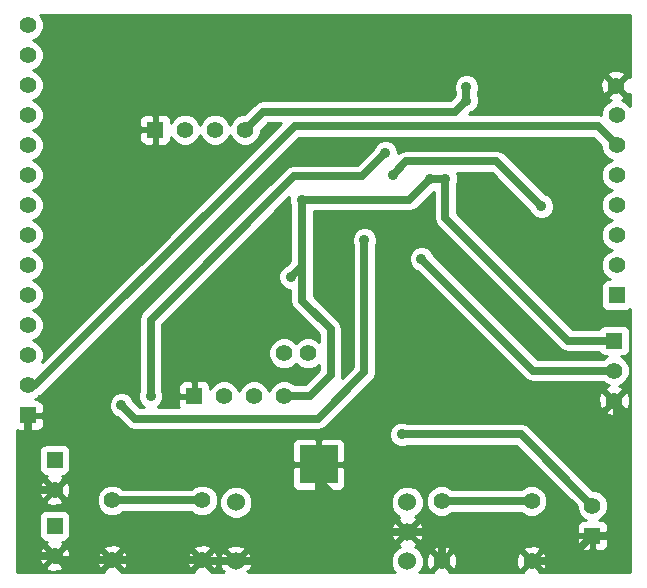
<source format=gbl>
G04 (created by PCBNEW (2013-07-07 BZR 4022)-stable) date 2015-10-06 15:27:07*
%MOIN*%
G04 Gerber Fmt 3.4, Leading zero omitted, Abs format*
%FSLAX34Y34*%
G01*
G70*
G90*
G04 APERTURE LIST*
%ADD10C,0.00393701*%
%ADD11C,0.06*%
%ADD12R,0.125984X0.125984*%
%ADD13C,0.055*%
%ADD14R,0.055X0.055*%
%ADD15C,0.056*%
%ADD16C,0.035*%
%ADD17C,0.0275591*%
%ADD18C,0.0177165*%
%ADD19C,0.01*%
G04 APERTURE END LIST*
G54D10*
G54D11*
X13302Y-16540D03*
X13302Y-17525D03*
X13302Y-18509D03*
X7594Y-18509D03*
X7594Y-16540D03*
G54D12*
X10350Y-15280D03*
G54D13*
X20287Y-3637D03*
X20287Y-4637D03*
X20287Y-5637D03*
X20287Y-6637D03*
X20287Y-7637D03*
X20287Y-8637D03*
G54D14*
X20287Y-9637D03*
X662Y-13637D03*
G54D13*
X662Y-12637D03*
X662Y-11637D03*
X662Y-10637D03*
X662Y-9637D03*
X662Y-8637D03*
X662Y-7637D03*
X662Y-6637D03*
X662Y-5637D03*
X662Y-4637D03*
X662Y-3637D03*
X662Y-2637D03*
X662Y-1637D03*
X662Y-637D03*
X20275Y-2650D03*
G54D15*
X9200Y-11575D03*
X10000Y-11575D03*
G54D14*
X19475Y-17650D03*
G54D13*
X19475Y-16650D03*
X17450Y-18500D03*
X17450Y-16500D03*
X14450Y-18500D03*
X14450Y-16500D03*
X6475Y-18475D03*
X6475Y-16475D03*
X3475Y-18475D03*
X3475Y-16475D03*
G54D14*
X6200Y-13000D03*
G54D13*
X7200Y-13000D03*
X8200Y-13000D03*
X9200Y-13000D03*
G54D14*
X4900Y-4125D03*
G54D13*
X5900Y-4125D03*
X6900Y-4125D03*
X7900Y-4125D03*
G54D14*
X20200Y-11150D03*
G54D13*
X20200Y-12150D03*
X20200Y-13150D03*
G54D14*
X1550Y-15125D03*
G54D13*
X1550Y-16125D03*
G54D14*
X1550Y-17325D03*
G54D13*
X1550Y-18325D03*
G54D16*
X12825Y-5625D03*
X17775Y-6675D03*
X13775Y-8425D03*
X11875Y-7800D03*
X3775Y-13300D03*
X4750Y-13000D03*
X12575Y-4900D03*
X14075Y-5750D03*
X14575Y-5750D03*
X9425Y-9025D03*
X9800Y-6450D03*
X15275Y-2700D03*
X15275Y-3150D03*
X13125Y-14275D03*
G54D17*
X13650Y-5175D02*
X13275Y-5175D01*
X13275Y-5175D02*
X12825Y-5625D01*
X13650Y-5175D02*
X16275Y-5175D01*
X16275Y-5175D02*
X17775Y-6675D01*
X20200Y-12150D02*
X17500Y-12150D01*
X17500Y-12150D02*
X13775Y-8425D01*
G54D18*
X17500Y-12150D02*
X13775Y-8425D01*
G54D17*
X662Y-12637D02*
X912Y-12637D01*
X9550Y-4000D02*
X9925Y-4000D01*
X912Y-12637D02*
X9550Y-4000D01*
X13575Y-4000D02*
X19650Y-4000D01*
X9925Y-4000D02*
X13575Y-4000D01*
X19650Y-4000D02*
X20287Y-4637D01*
X11875Y-7800D02*
X11875Y-12200D01*
X11875Y-12200D02*
X10325Y-13750D01*
X10325Y-13750D02*
X4225Y-13750D01*
X4225Y-13750D02*
X3775Y-13300D01*
X9525Y-5675D02*
X11800Y-5675D01*
X11800Y-5675D02*
X12575Y-4900D01*
X5050Y-10150D02*
X4750Y-10450D01*
X4750Y-10450D02*
X4750Y-13000D01*
X9525Y-5675D02*
X5050Y-10150D01*
X10350Y-15280D02*
X10350Y-15825D01*
X13302Y-17525D02*
X12050Y-17525D01*
X10350Y-15825D02*
X12050Y-17525D01*
X1550Y-16125D02*
X975Y-16125D01*
X975Y-16125D02*
X662Y-16437D01*
X662Y-13637D02*
X662Y-16437D01*
X662Y-16437D02*
X662Y-17962D01*
X662Y-17962D02*
X1025Y-18325D01*
X1025Y-18325D02*
X1550Y-18325D01*
X3475Y-18475D02*
X1700Y-18475D01*
X1700Y-18475D02*
X1550Y-18325D01*
X17450Y-18500D02*
X18625Y-18500D01*
X18625Y-18500D02*
X19475Y-17650D01*
X19475Y-17650D02*
X19975Y-17650D01*
X20300Y-13250D02*
X20200Y-13150D01*
X20300Y-17325D02*
X20300Y-13250D01*
X19975Y-17650D02*
X20300Y-17325D01*
X10350Y-17450D02*
X10350Y-15280D01*
X14450Y-18500D02*
X14450Y-18025D01*
X13950Y-17525D02*
X13302Y-17525D01*
X14450Y-18025D02*
X13950Y-17525D01*
X7594Y-18509D02*
X9290Y-18509D01*
X9290Y-18509D02*
X10350Y-17450D01*
X7594Y-18509D02*
X6509Y-18509D01*
X6509Y-18509D02*
X6475Y-18475D01*
X3475Y-18475D02*
X6475Y-18475D01*
X3475Y-16475D02*
X6475Y-16475D01*
X14450Y-16500D02*
X17450Y-16500D01*
X20200Y-11150D02*
X18675Y-11150D01*
X14575Y-7050D02*
X14575Y-5750D01*
X18675Y-11150D02*
X14575Y-7050D01*
X9800Y-8650D02*
X9800Y-9825D01*
X9800Y-9825D02*
X10750Y-10775D01*
X10050Y-13000D02*
X9200Y-13000D01*
X10750Y-12300D02*
X10050Y-13000D01*
X10750Y-10775D02*
X10750Y-12300D01*
X9800Y-6450D02*
X9800Y-8650D01*
X9800Y-8650D02*
X9425Y-9025D01*
X9800Y-6450D02*
X13375Y-6450D01*
X13375Y-6450D02*
X14075Y-5750D01*
X14575Y-5750D02*
X14075Y-5750D01*
G54D18*
X9800Y-8650D02*
X9425Y-9025D01*
G54D17*
X15275Y-3150D02*
X14900Y-3525D01*
X8500Y-3525D02*
X7900Y-4125D01*
X14900Y-3525D02*
X8500Y-3525D01*
X15275Y-3150D02*
X15275Y-2700D01*
X13125Y-14275D02*
X17100Y-14275D01*
X17100Y-14275D02*
X19475Y-16650D01*
G54D10*
G36*
X10362Y-12139D02*
X9889Y-12612D01*
X9554Y-12612D01*
X9497Y-12555D01*
X9304Y-12475D01*
X9096Y-12474D01*
X8903Y-12554D01*
X8755Y-12702D01*
X8699Y-12835D01*
X8645Y-12703D01*
X8497Y-12555D01*
X8304Y-12475D01*
X8096Y-12474D01*
X7903Y-12554D01*
X7755Y-12702D01*
X7699Y-12835D01*
X7645Y-12703D01*
X7497Y-12555D01*
X7304Y-12475D01*
X7096Y-12474D01*
X6903Y-12554D01*
X6755Y-12702D01*
X6725Y-12774D01*
X6725Y-12774D01*
X6724Y-12675D01*
X6686Y-12583D01*
X6616Y-12512D01*
X6524Y-12474D01*
X6312Y-12475D01*
X6250Y-12537D01*
X6250Y-12950D01*
X6257Y-12950D01*
X6257Y-13050D01*
X6250Y-13050D01*
X6250Y-13057D01*
X6150Y-13057D01*
X6150Y-13050D01*
X6150Y-12950D01*
X6150Y-12537D01*
X6087Y-12475D01*
X5875Y-12474D01*
X5783Y-12512D01*
X5713Y-12583D01*
X5675Y-12675D01*
X5674Y-12774D01*
X5675Y-12887D01*
X5737Y-12950D01*
X6150Y-12950D01*
X6150Y-13050D01*
X5737Y-13050D01*
X5675Y-13112D01*
X5674Y-13225D01*
X5675Y-13324D01*
X5690Y-13362D01*
X4986Y-13362D01*
X4990Y-13360D01*
X5110Y-13241D01*
X5174Y-13084D01*
X5175Y-12915D01*
X5137Y-12825D01*
X5137Y-10610D01*
X5324Y-10424D01*
X5324Y-10424D01*
X5324Y-10424D01*
X9375Y-6373D01*
X9374Y-6534D01*
X9412Y-6624D01*
X9412Y-8489D01*
X9274Y-8627D01*
X9184Y-8664D01*
X9064Y-8783D01*
X9000Y-8940D01*
X8999Y-9109D01*
X9064Y-9265D01*
X9183Y-9385D01*
X9340Y-9449D01*
X9412Y-9449D01*
X9412Y-9825D01*
X9441Y-9973D01*
X9525Y-10099D01*
X10362Y-10935D01*
X10362Y-11187D01*
X10300Y-11125D01*
X10105Y-11045D01*
X9895Y-11044D01*
X9700Y-11125D01*
X9599Y-11225D01*
X9500Y-11125D01*
X9305Y-11045D01*
X9095Y-11044D01*
X8900Y-11125D01*
X8750Y-11274D01*
X8670Y-11469D01*
X8669Y-11679D01*
X8750Y-11874D01*
X8899Y-12024D01*
X9094Y-12104D01*
X9304Y-12105D01*
X9499Y-12024D01*
X9600Y-11924D01*
X9699Y-12024D01*
X9894Y-12104D01*
X10104Y-12105D01*
X10299Y-12024D01*
X10362Y-11962D01*
X10362Y-12139D01*
X10362Y-12139D01*
G37*
G54D19*
X10362Y-12139D02*
X9889Y-12612D01*
X9554Y-12612D01*
X9497Y-12555D01*
X9304Y-12475D01*
X9096Y-12474D01*
X8903Y-12554D01*
X8755Y-12702D01*
X8699Y-12835D01*
X8645Y-12703D01*
X8497Y-12555D01*
X8304Y-12475D01*
X8096Y-12474D01*
X7903Y-12554D01*
X7755Y-12702D01*
X7699Y-12835D01*
X7645Y-12703D01*
X7497Y-12555D01*
X7304Y-12475D01*
X7096Y-12474D01*
X6903Y-12554D01*
X6755Y-12702D01*
X6725Y-12774D01*
X6725Y-12774D01*
X6724Y-12675D01*
X6686Y-12583D01*
X6616Y-12512D01*
X6524Y-12474D01*
X6312Y-12475D01*
X6250Y-12537D01*
X6250Y-12950D01*
X6257Y-12950D01*
X6257Y-13050D01*
X6250Y-13050D01*
X6250Y-13057D01*
X6150Y-13057D01*
X6150Y-13050D01*
X6150Y-12950D01*
X6150Y-12537D01*
X6087Y-12475D01*
X5875Y-12474D01*
X5783Y-12512D01*
X5713Y-12583D01*
X5675Y-12675D01*
X5674Y-12774D01*
X5675Y-12887D01*
X5737Y-12950D01*
X6150Y-12950D01*
X6150Y-13050D01*
X5737Y-13050D01*
X5675Y-13112D01*
X5674Y-13225D01*
X5675Y-13324D01*
X5690Y-13362D01*
X4986Y-13362D01*
X4990Y-13360D01*
X5110Y-13241D01*
X5174Y-13084D01*
X5175Y-12915D01*
X5137Y-12825D01*
X5137Y-10610D01*
X5324Y-10424D01*
X5324Y-10424D01*
X5324Y-10424D01*
X9375Y-6373D01*
X9374Y-6534D01*
X9412Y-6624D01*
X9412Y-8489D01*
X9274Y-8627D01*
X9184Y-8664D01*
X9064Y-8783D01*
X9000Y-8940D01*
X8999Y-9109D01*
X9064Y-9265D01*
X9183Y-9385D01*
X9340Y-9449D01*
X9412Y-9449D01*
X9412Y-9825D01*
X9441Y-9973D01*
X9525Y-10099D01*
X10362Y-10935D01*
X10362Y-11187D01*
X10300Y-11125D01*
X10105Y-11045D01*
X9895Y-11044D01*
X9700Y-11125D01*
X9599Y-11225D01*
X9500Y-11125D01*
X9305Y-11045D01*
X9095Y-11044D01*
X8900Y-11125D01*
X8750Y-11274D01*
X8670Y-11469D01*
X8669Y-11679D01*
X8750Y-11874D01*
X8899Y-12024D01*
X9094Y-12104D01*
X9304Y-12105D01*
X9499Y-12024D01*
X9600Y-11924D01*
X9699Y-12024D01*
X9894Y-12104D01*
X10104Y-12105D01*
X10299Y-12024D01*
X10362Y-11962D01*
X10362Y-12139D01*
G54D10*
G36*
X20730Y-3337D02*
X20585Y-3192D01*
X20467Y-3143D01*
X20547Y-3110D01*
X20572Y-3017D01*
X20275Y-2720D01*
X20204Y-2791D01*
X20204Y-2650D01*
X19907Y-2352D01*
X19814Y-2377D01*
X19745Y-2574D01*
X19756Y-2782D01*
X19814Y-2922D01*
X19907Y-2947D01*
X20204Y-2650D01*
X20204Y-2791D01*
X19977Y-3017D01*
X20002Y-3110D01*
X20102Y-3145D01*
X19990Y-3192D01*
X19842Y-3339D01*
X19762Y-3532D01*
X19762Y-3634D01*
X19650Y-3612D01*
X15361Y-3612D01*
X15425Y-3547D01*
X15515Y-3510D01*
X15635Y-3391D01*
X15699Y-3234D01*
X15700Y-3065D01*
X15662Y-2975D01*
X15662Y-2874D01*
X15699Y-2784D01*
X15700Y-2615D01*
X15635Y-2459D01*
X15516Y-2339D01*
X15359Y-2275D01*
X15190Y-2274D01*
X15034Y-2339D01*
X14914Y-2458D01*
X14850Y-2615D01*
X14849Y-2784D01*
X14887Y-2874D01*
X14887Y-2975D01*
X14877Y-2999D01*
X14739Y-3137D01*
X8500Y-3137D01*
X8351Y-3166D01*
X8225Y-3250D01*
X7876Y-3599D01*
X7796Y-3599D01*
X7603Y-3679D01*
X7455Y-3827D01*
X7399Y-3960D01*
X7345Y-3828D01*
X7197Y-3680D01*
X7004Y-3600D01*
X6796Y-3599D01*
X6603Y-3679D01*
X6455Y-3827D01*
X6399Y-3960D01*
X6345Y-3828D01*
X6197Y-3680D01*
X6004Y-3600D01*
X5796Y-3599D01*
X5603Y-3679D01*
X5455Y-3827D01*
X5425Y-3899D01*
X5425Y-3899D01*
X5424Y-3800D01*
X5386Y-3708D01*
X5316Y-3637D01*
X5224Y-3599D01*
X5012Y-3600D01*
X4950Y-3662D01*
X4950Y-4075D01*
X4957Y-4075D01*
X4957Y-4175D01*
X4950Y-4175D01*
X4950Y-4587D01*
X5012Y-4650D01*
X5224Y-4650D01*
X5316Y-4612D01*
X5386Y-4541D01*
X5424Y-4449D01*
X5425Y-4350D01*
X5425Y-4350D01*
X5454Y-4422D01*
X5602Y-4569D01*
X5795Y-4649D01*
X6003Y-4650D01*
X6197Y-4570D01*
X6344Y-4422D01*
X6400Y-4289D01*
X6454Y-4422D01*
X6602Y-4569D01*
X6795Y-4649D01*
X7003Y-4650D01*
X7197Y-4570D01*
X7344Y-4422D01*
X7400Y-4289D01*
X7454Y-4422D01*
X7602Y-4569D01*
X7795Y-4649D01*
X8003Y-4650D01*
X8197Y-4570D01*
X8344Y-4422D01*
X8424Y-4229D01*
X8424Y-4148D01*
X8660Y-3912D01*
X9088Y-3912D01*
X4850Y-8151D01*
X4850Y-4587D01*
X4850Y-4175D01*
X4850Y-4075D01*
X4850Y-3662D01*
X4787Y-3600D01*
X4575Y-3599D01*
X4483Y-3637D01*
X4413Y-3708D01*
X4375Y-3800D01*
X4374Y-3899D01*
X4375Y-4012D01*
X4437Y-4075D01*
X4850Y-4075D01*
X4850Y-4175D01*
X4437Y-4175D01*
X4375Y-4237D01*
X4374Y-4350D01*
X4375Y-4449D01*
X4413Y-4541D01*
X4483Y-4612D01*
X4575Y-4650D01*
X4787Y-4650D01*
X4850Y-4587D01*
X4850Y-8151D01*
X1136Y-11865D01*
X1187Y-11742D01*
X1187Y-11533D01*
X1107Y-11340D01*
X960Y-11192D01*
X827Y-11137D01*
X959Y-11082D01*
X1107Y-10935D01*
X1187Y-10742D01*
X1187Y-10533D01*
X1107Y-10340D01*
X960Y-10192D01*
X827Y-10137D01*
X959Y-10082D01*
X1107Y-9935D01*
X1187Y-9742D01*
X1187Y-9533D01*
X1107Y-9340D01*
X960Y-9192D01*
X827Y-9137D01*
X959Y-9082D01*
X1107Y-8935D01*
X1187Y-8742D01*
X1187Y-8533D01*
X1107Y-8340D01*
X960Y-8192D01*
X827Y-8137D01*
X959Y-8082D01*
X1107Y-7935D01*
X1187Y-7742D01*
X1187Y-7533D01*
X1107Y-7340D01*
X960Y-7192D01*
X827Y-7137D01*
X959Y-7082D01*
X1107Y-6935D01*
X1187Y-6742D01*
X1187Y-6533D01*
X1107Y-6340D01*
X960Y-6192D01*
X827Y-6137D01*
X959Y-6082D01*
X1107Y-5935D01*
X1187Y-5742D01*
X1187Y-5533D01*
X1107Y-5340D01*
X960Y-5192D01*
X827Y-5137D01*
X959Y-5082D01*
X1107Y-4935D01*
X1187Y-4742D01*
X1187Y-4533D01*
X1107Y-4340D01*
X960Y-4192D01*
X827Y-4137D01*
X959Y-4082D01*
X1107Y-3935D01*
X1187Y-3742D01*
X1187Y-3533D01*
X1107Y-3340D01*
X960Y-3192D01*
X827Y-3137D01*
X959Y-3082D01*
X1107Y-2935D01*
X1187Y-2742D01*
X1187Y-2533D01*
X1107Y-2340D01*
X960Y-2192D01*
X827Y-2137D01*
X959Y-2082D01*
X1107Y-1935D01*
X1187Y-1742D01*
X1187Y-1533D01*
X1107Y-1340D01*
X960Y-1192D01*
X827Y-1137D01*
X959Y-1082D01*
X1107Y-935D01*
X1187Y-742D01*
X1187Y-533D01*
X1107Y-340D01*
X1062Y-294D01*
X20730Y-294D01*
X20730Y-2375D01*
X20642Y-2352D01*
X20572Y-2423D01*
X20572Y-2282D01*
X20547Y-2189D01*
X20350Y-2120D01*
X20142Y-2131D01*
X20002Y-2189D01*
X19977Y-2282D01*
X20275Y-2579D01*
X20572Y-2282D01*
X20572Y-2423D01*
X20345Y-2650D01*
X20642Y-2947D01*
X20730Y-2924D01*
X20730Y-3337D01*
X20730Y-3337D01*
G37*
G54D19*
X20730Y-3337D02*
X20585Y-3192D01*
X20467Y-3143D01*
X20547Y-3110D01*
X20572Y-3017D01*
X20275Y-2720D01*
X20204Y-2791D01*
X20204Y-2650D01*
X19907Y-2352D01*
X19814Y-2377D01*
X19745Y-2574D01*
X19756Y-2782D01*
X19814Y-2922D01*
X19907Y-2947D01*
X20204Y-2650D01*
X20204Y-2791D01*
X19977Y-3017D01*
X20002Y-3110D01*
X20102Y-3145D01*
X19990Y-3192D01*
X19842Y-3339D01*
X19762Y-3532D01*
X19762Y-3634D01*
X19650Y-3612D01*
X15361Y-3612D01*
X15425Y-3547D01*
X15515Y-3510D01*
X15635Y-3391D01*
X15699Y-3234D01*
X15700Y-3065D01*
X15662Y-2975D01*
X15662Y-2874D01*
X15699Y-2784D01*
X15700Y-2615D01*
X15635Y-2459D01*
X15516Y-2339D01*
X15359Y-2275D01*
X15190Y-2274D01*
X15034Y-2339D01*
X14914Y-2458D01*
X14850Y-2615D01*
X14849Y-2784D01*
X14887Y-2874D01*
X14887Y-2975D01*
X14877Y-2999D01*
X14739Y-3137D01*
X8500Y-3137D01*
X8351Y-3166D01*
X8225Y-3250D01*
X7876Y-3599D01*
X7796Y-3599D01*
X7603Y-3679D01*
X7455Y-3827D01*
X7399Y-3960D01*
X7345Y-3828D01*
X7197Y-3680D01*
X7004Y-3600D01*
X6796Y-3599D01*
X6603Y-3679D01*
X6455Y-3827D01*
X6399Y-3960D01*
X6345Y-3828D01*
X6197Y-3680D01*
X6004Y-3600D01*
X5796Y-3599D01*
X5603Y-3679D01*
X5455Y-3827D01*
X5425Y-3899D01*
X5425Y-3899D01*
X5424Y-3800D01*
X5386Y-3708D01*
X5316Y-3637D01*
X5224Y-3599D01*
X5012Y-3600D01*
X4950Y-3662D01*
X4950Y-4075D01*
X4957Y-4075D01*
X4957Y-4175D01*
X4950Y-4175D01*
X4950Y-4587D01*
X5012Y-4650D01*
X5224Y-4650D01*
X5316Y-4612D01*
X5386Y-4541D01*
X5424Y-4449D01*
X5425Y-4350D01*
X5425Y-4350D01*
X5454Y-4422D01*
X5602Y-4569D01*
X5795Y-4649D01*
X6003Y-4650D01*
X6197Y-4570D01*
X6344Y-4422D01*
X6400Y-4289D01*
X6454Y-4422D01*
X6602Y-4569D01*
X6795Y-4649D01*
X7003Y-4650D01*
X7197Y-4570D01*
X7344Y-4422D01*
X7400Y-4289D01*
X7454Y-4422D01*
X7602Y-4569D01*
X7795Y-4649D01*
X8003Y-4650D01*
X8197Y-4570D01*
X8344Y-4422D01*
X8424Y-4229D01*
X8424Y-4148D01*
X8660Y-3912D01*
X9088Y-3912D01*
X4850Y-8151D01*
X4850Y-4587D01*
X4850Y-4175D01*
X4850Y-4075D01*
X4850Y-3662D01*
X4787Y-3600D01*
X4575Y-3599D01*
X4483Y-3637D01*
X4413Y-3708D01*
X4375Y-3800D01*
X4374Y-3899D01*
X4375Y-4012D01*
X4437Y-4075D01*
X4850Y-4075D01*
X4850Y-4175D01*
X4437Y-4175D01*
X4375Y-4237D01*
X4374Y-4350D01*
X4375Y-4449D01*
X4413Y-4541D01*
X4483Y-4612D01*
X4575Y-4650D01*
X4787Y-4650D01*
X4850Y-4587D01*
X4850Y-8151D01*
X1136Y-11865D01*
X1187Y-11742D01*
X1187Y-11533D01*
X1107Y-11340D01*
X960Y-11192D01*
X827Y-11137D01*
X959Y-11082D01*
X1107Y-10935D01*
X1187Y-10742D01*
X1187Y-10533D01*
X1107Y-10340D01*
X960Y-10192D01*
X827Y-10137D01*
X959Y-10082D01*
X1107Y-9935D01*
X1187Y-9742D01*
X1187Y-9533D01*
X1107Y-9340D01*
X960Y-9192D01*
X827Y-9137D01*
X959Y-9082D01*
X1107Y-8935D01*
X1187Y-8742D01*
X1187Y-8533D01*
X1107Y-8340D01*
X960Y-8192D01*
X827Y-8137D01*
X959Y-8082D01*
X1107Y-7935D01*
X1187Y-7742D01*
X1187Y-7533D01*
X1107Y-7340D01*
X960Y-7192D01*
X827Y-7137D01*
X959Y-7082D01*
X1107Y-6935D01*
X1187Y-6742D01*
X1187Y-6533D01*
X1107Y-6340D01*
X960Y-6192D01*
X827Y-6137D01*
X959Y-6082D01*
X1107Y-5935D01*
X1187Y-5742D01*
X1187Y-5533D01*
X1107Y-5340D01*
X960Y-5192D01*
X827Y-5137D01*
X959Y-5082D01*
X1107Y-4935D01*
X1187Y-4742D01*
X1187Y-4533D01*
X1107Y-4340D01*
X960Y-4192D01*
X827Y-4137D01*
X959Y-4082D01*
X1107Y-3935D01*
X1187Y-3742D01*
X1187Y-3533D01*
X1107Y-3340D01*
X960Y-3192D01*
X827Y-3137D01*
X959Y-3082D01*
X1107Y-2935D01*
X1187Y-2742D01*
X1187Y-2533D01*
X1107Y-2340D01*
X960Y-2192D01*
X827Y-2137D01*
X959Y-2082D01*
X1107Y-1935D01*
X1187Y-1742D01*
X1187Y-1533D01*
X1107Y-1340D01*
X960Y-1192D01*
X827Y-1137D01*
X959Y-1082D01*
X1107Y-935D01*
X1187Y-742D01*
X1187Y-533D01*
X1107Y-340D01*
X1062Y-294D01*
X20730Y-294D01*
X20730Y-2375D01*
X20642Y-2352D01*
X20572Y-2423D01*
X20572Y-2282D01*
X20547Y-2189D01*
X20350Y-2120D01*
X20142Y-2131D01*
X20002Y-2189D01*
X19977Y-2282D01*
X20275Y-2579D01*
X20572Y-2282D01*
X20572Y-2423D01*
X20345Y-2650D01*
X20642Y-2947D01*
X20730Y-2924D01*
X20730Y-3337D01*
G54D10*
G36*
X20730Y-18880D02*
X20729Y-18880D01*
X20729Y-13225D01*
X20725Y-13137D01*
X20725Y-12046D01*
X20645Y-11853D01*
X20497Y-11705D01*
X20425Y-11675D01*
X20524Y-11675D01*
X20616Y-11637D01*
X20686Y-11566D01*
X20724Y-11474D01*
X20725Y-11375D01*
X20725Y-10825D01*
X20687Y-10733D01*
X20616Y-10663D01*
X20524Y-10625D01*
X20425Y-10624D01*
X19875Y-10624D01*
X19783Y-10662D01*
X19713Y-10733D01*
X19701Y-10762D01*
X18835Y-10762D01*
X14962Y-6889D01*
X14962Y-5924D01*
X14999Y-5834D01*
X15000Y-5665D01*
X14957Y-5562D01*
X16114Y-5562D01*
X17377Y-6825D01*
X17414Y-6915D01*
X17533Y-7035D01*
X17690Y-7099D01*
X17859Y-7100D01*
X18015Y-7035D01*
X18135Y-6916D01*
X18199Y-6759D01*
X18200Y-6590D01*
X18135Y-6434D01*
X18016Y-6314D01*
X17925Y-6277D01*
X16549Y-4900D01*
X16423Y-4816D01*
X16275Y-4787D01*
X13650Y-4787D01*
X13275Y-4787D01*
X13126Y-4816D01*
X13000Y-4900D01*
X12999Y-4901D01*
X13000Y-4815D01*
X12935Y-4659D01*
X12816Y-4539D01*
X12659Y-4475D01*
X12490Y-4474D01*
X12334Y-4539D01*
X12214Y-4658D01*
X12177Y-4749D01*
X11639Y-5287D01*
X9525Y-5287D01*
X9376Y-5316D01*
X9250Y-5400D01*
X4775Y-9875D01*
X4775Y-9875D01*
X4475Y-10175D01*
X4391Y-10301D01*
X4362Y-10450D01*
X4362Y-12825D01*
X4325Y-12915D01*
X4324Y-13084D01*
X4389Y-13240D01*
X4508Y-13360D01*
X4514Y-13362D01*
X4385Y-13362D01*
X4172Y-13149D01*
X4135Y-13059D01*
X4016Y-12939D01*
X3859Y-12875D01*
X3690Y-12874D01*
X3534Y-12939D01*
X3414Y-13058D01*
X3350Y-13215D01*
X3349Y-13384D01*
X3414Y-13540D01*
X3533Y-13660D01*
X3624Y-13697D01*
X3950Y-14024D01*
X4076Y-14108D01*
X4225Y-14137D01*
X10325Y-14137D01*
X10473Y-14108D01*
X10599Y-14024D01*
X12149Y-12474D01*
X12149Y-12474D01*
X12205Y-12390D01*
X12233Y-12348D01*
X12233Y-12348D01*
X12262Y-12200D01*
X12262Y-12200D01*
X12262Y-7974D01*
X12299Y-7884D01*
X12300Y-7715D01*
X12235Y-7559D01*
X12116Y-7439D01*
X11959Y-7375D01*
X11790Y-7374D01*
X11634Y-7439D01*
X11514Y-7558D01*
X11450Y-7715D01*
X11449Y-7884D01*
X11487Y-7974D01*
X11487Y-12039D01*
X11115Y-12410D01*
X11137Y-12300D01*
X11137Y-12300D01*
X11137Y-10775D01*
X11108Y-10626D01*
X11024Y-10500D01*
X10187Y-9664D01*
X10187Y-8650D01*
X10187Y-6837D01*
X13375Y-6837D01*
X13523Y-6808D01*
X13649Y-6724D01*
X14187Y-6186D01*
X14187Y-7050D01*
X14216Y-7198D01*
X14300Y-7324D01*
X18400Y-11424D01*
X18526Y-11508D01*
X18675Y-11537D01*
X19701Y-11537D01*
X19712Y-11566D01*
X19783Y-11636D01*
X19875Y-11674D01*
X19974Y-11675D01*
X19974Y-11675D01*
X19903Y-11704D01*
X19845Y-11762D01*
X17660Y-11762D01*
X14172Y-8274D01*
X14135Y-8184D01*
X14016Y-8064D01*
X13859Y-8000D01*
X13690Y-7999D01*
X13534Y-8064D01*
X13414Y-8183D01*
X13350Y-8340D01*
X13349Y-8509D01*
X13414Y-8665D01*
X13533Y-8785D01*
X13624Y-8822D01*
X17225Y-12424D01*
X17225Y-12424D01*
X17351Y-12508D01*
X17351Y-12508D01*
X17376Y-12513D01*
X17500Y-12537D01*
X19845Y-12537D01*
X19902Y-12594D01*
X20028Y-12647D01*
X19927Y-12689D01*
X19902Y-12782D01*
X20200Y-13079D01*
X20497Y-12782D01*
X20472Y-12689D01*
X20362Y-12650D01*
X20497Y-12595D01*
X20644Y-12447D01*
X20724Y-12254D01*
X20725Y-12046D01*
X20725Y-13137D01*
X20718Y-13017D01*
X20660Y-12877D01*
X20567Y-12852D01*
X20270Y-13150D01*
X20567Y-13447D01*
X20660Y-13422D01*
X20729Y-13225D01*
X20729Y-18880D01*
X20497Y-18880D01*
X20497Y-13517D01*
X20200Y-13220D01*
X20129Y-13291D01*
X20129Y-13150D01*
X19832Y-12852D01*
X19739Y-12877D01*
X19670Y-13074D01*
X19681Y-13282D01*
X19739Y-13422D01*
X19832Y-13447D01*
X20129Y-13150D01*
X20129Y-13291D01*
X19902Y-13517D01*
X19927Y-13610D01*
X20124Y-13679D01*
X20332Y-13668D01*
X20472Y-13610D01*
X20497Y-13517D01*
X20497Y-18880D01*
X20000Y-18880D01*
X20000Y-16546D01*
X19920Y-16353D01*
X19772Y-16205D01*
X19579Y-16125D01*
X19498Y-16125D01*
X17374Y-14000D01*
X17248Y-13916D01*
X17100Y-13887D01*
X13299Y-13887D01*
X13209Y-13850D01*
X13040Y-13849D01*
X12884Y-13914D01*
X12764Y-14033D01*
X12700Y-14190D01*
X12699Y-14359D01*
X12764Y-14515D01*
X12883Y-14635D01*
X13040Y-14699D01*
X13209Y-14700D01*
X13299Y-14662D01*
X16939Y-14662D01*
X18949Y-16673D01*
X18949Y-16753D01*
X19029Y-16947D01*
X19177Y-17094D01*
X19249Y-17124D01*
X19249Y-17124D01*
X19150Y-17125D01*
X19058Y-17163D01*
X18987Y-17233D01*
X18949Y-17325D01*
X18950Y-17537D01*
X19012Y-17600D01*
X19425Y-17600D01*
X19425Y-17592D01*
X19525Y-17592D01*
X19525Y-17600D01*
X19937Y-17600D01*
X20000Y-17537D01*
X20000Y-17325D01*
X19962Y-17233D01*
X19891Y-17163D01*
X19799Y-17125D01*
X19700Y-17124D01*
X19700Y-17124D01*
X19772Y-17095D01*
X19919Y-16947D01*
X19999Y-16754D01*
X20000Y-16546D01*
X20000Y-18880D01*
X20000Y-18880D01*
X20000Y-17974D01*
X20000Y-17762D01*
X19937Y-17700D01*
X19525Y-17700D01*
X19525Y-18112D01*
X19587Y-18175D01*
X19700Y-18175D01*
X19799Y-18174D01*
X19891Y-18136D01*
X19962Y-18066D01*
X20000Y-17974D01*
X20000Y-18880D01*
X19425Y-18880D01*
X19425Y-18112D01*
X19425Y-17700D01*
X19012Y-17700D01*
X18950Y-17762D01*
X18949Y-17974D01*
X18987Y-18066D01*
X19058Y-18136D01*
X19150Y-18174D01*
X19249Y-18175D01*
X19362Y-18175D01*
X19425Y-18112D01*
X19425Y-18880D01*
X17979Y-18880D01*
X17979Y-18575D01*
X17975Y-18487D01*
X17975Y-16396D01*
X17895Y-16203D01*
X17747Y-16055D01*
X17554Y-15975D01*
X17346Y-15974D01*
X17153Y-16054D01*
X17095Y-16112D01*
X14804Y-16112D01*
X14747Y-16055D01*
X14554Y-15975D01*
X14346Y-15974D01*
X14153Y-16054D01*
X14005Y-16202D01*
X13925Y-16395D01*
X13924Y-16603D01*
X14004Y-16797D01*
X14152Y-16944D01*
X14345Y-17024D01*
X14553Y-17025D01*
X14747Y-16945D01*
X14804Y-16887D01*
X17095Y-16887D01*
X17152Y-16944D01*
X17345Y-17024D01*
X17553Y-17025D01*
X17747Y-16945D01*
X17894Y-16797D01*
X17974Y-16604D01*
X17975Y-16396D01*
X17975Y-18487D01*
X17968Y-18367D01*
X17910Y-18227D01*
X17817Y-18202D01*
X17747Y-18273D01*
X17747Y-18132D01*
X17722Y-18039D01*
X17525Y-17970D01*
X17317Y-17981D01*
X17177Y-18039D01*
X17152Y-18132D01*
X17450Y-18429D01*
X17747Y-18132D01*
X17747Y-18273D01*
X17520Y-18500D01*
X17817Y-18797D01*
X17910Y-18772D01*
X17979Y-18575D01*
X17979Y-18880D01*
X17743Y-18880D01*
X17747Y-18867D01*
X17450Y-18570D01*
X17379Y-18641D01*
X17379Y-18500D01*
X17082Y-18202D01*
X16989Y-18227D01*
X16920Y-18424D01*
X16931Y-18632D01*
X16989Y-18772D01*
X17082Y-18797D01*
X17379Y-18500D01*
X17379Y-18641D01*
X17152Y-18867D01*
X17156Y-18880D01*
X14979Y-18880D01*
X14979Y-18575D01*
X14968Y-18367D01*
X14910Y-18227D01*
X14817Y-18202D01*
X14747Y-18273D01*
X14747Y-18132D01*
X14722Y-18039D01*
X14525Y-17970D01*
X14317Y-17981D01*
X14177Y-18039D01*
X14152Y-18132D01*
X14450Y-18429D01*
X14747Y-18132D01*
X14747Y-18273D01*
X14520Y-18500D01*
X14817Y-18797D01*
X14910Y-18772D01*
X14979Y-18575D01*
X14979Y-18880D01*
X14743Y-18880D01*
X14747Y-18867D01*
X14450Y-18570D01*
X14379Y-18641D01*
X14379Y-18500D01*
X14082Y-18202D01*
X13989Y-18227D01*
X13920Y-18424D01*
X13931Y-18632D01*
X13989Y-18772D01*
X14082Y-18797D01*
X14379Y-18500D01*
X14379Y-18641D01*
X14152Y-18867D01*
X14156Y-18880D01*
X13857Y-18880D01*
X13857Y-17606D01*
X13852Y-17513D01*
X13852Y-16431D01*
X13769Y-16229D01*
X13614Y-16074D01*
X13412Y-15990D01*
X13193Y-15990D01*
X12991Y-16074D01*
X12836Y-16228D01*
X12752Y-16430D01*
X12752Y-16649D01*
X12836Y-16851D01*
X12990Y-17006D01*
X13047Y-17030D01*
X13014Y-17043D01*
X12987Y-17139D01*
X13302Y-17454D01*
X13617Y-17139D01*
X13590Y-17043D01*
X13555Y-17031D01*
X13613Y-17007D01*
X13768Y-16852D01*
X13852Y-16650D01*
X13852Y-16431D01*
X13852Y-17513D01*
X13846Y-17388D01*
X13784Y-17237D01*
X13688Y-17209D01*
X13373Y-17525D01*
X13688Y-17840D01*
X13784Y-17812D01*
X13857Y-17606D01*
X13857Y-18880D01*
X13709Y-18880D01*
X13768Y-18821D01*
X13852Y-18619D01*
X13852Y-18400D01*
X13769Y-18198D01*
X13614Y-18043D01*
X13558Y-18019D01*
X13590Y-18006D01*
X13617Y-17910D01*
X13302Y-17595D01*
X13232Y-17666D01*
X13232Y-17525D01*
X12916Y-17209D01*
X12821Y-17237D01*
X12747Y-17443D01*
X12758Y-17661D01*
X12821Y-17812D01*
X12916Y-17840D01*
X13232Y-17525D01*
X13232Y-17666D01*
X12987Y-17910D01*
X13014Y-18006D01*
X13049Y-18018D01*
X12991Y-18042D01*
X12836Y-18197D01*
X12752Y-18399D01*
X12752Y-18618D01*
X12836Y-18820D01*
X12896Y-18880D01*
X11229Y-18880D01*
X11229Y-15960D01*
X11229Y-14601D01*
X11191Y-14509D01*
X11121Y-14439D01*
X11029Y-14401D01*
X10930Y-14400D01*
X10462Y-14400D01*
X10400Y-14463D01*
X10400Y-15230D01*
X11167Y-15230D01*
X11229Y-15168D01*
X11229Y-14601D01*
X11229Y-15960D01*
X11229Y-15393D01*
X11167Y-15330D01*
X10400Y-15330D01*
X10400Y-16098D01*
X10462Y-16160D01*
X10930Y-16160D01*
X11029Y-16160D01*
X11121Y-16122D01*
X11191Y-16052D01*
X11229Y-15960D01*
X11229Y-18880D01*
X10300Y-18880D01*
X10300Y-16098D01*
X10300Y-15330D01*
X10300Y-15230D01*
X10300Y-14463D01*
X10237Y-14400D01*
X9769Y-14400D01*
X9670Y-14401D01*
X9578Y-14439D01*
X9508Y-14509D01*
X9470Y-14601D01*
X9470Y-15168D01*
X9532Y-15230D01*
X10300Y-15230D01*
X10300Y-15330D01*
X9532Y-15330D01*
X9470Y-15393D01*
X9470Y-15960D01*
X9508Y-16052D01*
X9578Y-16122D01*
X9670Y-16160D01*
X9769Y-16160D01*
X10237Y-16160D01*
X10300Y-16098D01*
X10300Y-18880D01*
X8148Y-18880D01*
X8014Y-18880D01*
X8025Y-18869D01*
X7980Y-18824D01*
X8075Y-18797D01*
X8148Y-18591D01*
X8144Y-18497D01*
X8144Y-16431D01*
X8060Y-16229D01*
X7906Y-16074D01*
X7703Y-15990D01*
X7485Y-15990D01*
X7282Y-16074D01*
X7128Y-16228D01*
X7044Y-16430D01*
X7043Y-16649D01*
X7127Y-16851D01*
X7282Y-17006D01*
X7484Y-17090D01*
X7703Y-17090D01*
X7905Y-17007D01*
X8060Y-16852D01*
X8143Y-16650D01*
X8144Y-16431D01*
X8144Y-18497D01*
X8137Y-18372D01*
X8075Y-18221D01*
X7980Y-18194D01*
X7909Y-18264D01*
X7909Y-18123D01*
X7881Y-18027D01*
X7675Y-17954D01*
X7457Y-17965D01*
X7306Y-18027D01*
X7278Y-18123D01*
X7594Y-18438D01*
X7909Y-18123D01*
X7909Y-18264D01*
X7664Y-18509D01*
X7670Y-18514D01*
X7599Y-18585D01*
X7594Y-18579D01*
X7588Y-18585D01*
X7523Y-18520D01*
X7517Y-18514D01*
X7523Y-18509D01*
X7208Y-18194D01*
X7112Y-18221D01*
X7039Y-18427D01*
X7050Y-18646D01*
X7112Y-18797D01*
X7208Y-18824D01*
X7162Y-18869D01*
X7173Y-18880D01*
X7004Y-18880D01*
X7004Y-18550D01*
X7000Y-18462D01*
X7000Y-16371D01*
X6920Y-16178D01*
X6772Y-16030D01*
X6579Y-15950D01*
X6371Y-15949D01*
X6178Y-16029D01*
X6120Y-16087D01*
X3829Y-16087D01*
X3772Y-16030D01*
X3579Y-15950D01*
X3371Y-15949D01*
X3178Y-16029D01*
X3030Y-16177D01*
X2950Y-16370D01*
X2949Y-16578D01*
X3029Y-16772D01*
X3177Y-16919D01*
X3370Y-16999D01*
X3578Y-17000D01*
X3772Y-16920D01*
X3829Y-16862D01*
X6120Y-16862D01*
X6177Y-16919D01*
X6370Y-16999D01*
X6578Y-17000D01*
X6772Y-16920D01*
X6919Y-16772D01*
X6999Y-16579D01*
X7000Y-16371D01*
X7000Y-18462D01*
X6993Y-18342D01*
X6935Y-18202D01*
X6842Y-18177D01*
X6772Y-18248D01*
X6772Y-18107D01*
X6747Y-18014D01*
X6550Y-17945D01*
X6342Y-17956D01*
X6202Y-18014D01*
X6177Y-18107D01*
X6475Y-18404D01*
X6772Y-18107D01*
X6772Y-18248D01*
X6545Y-18475D01*
X6842Y-18772D01*
X6935Y-18747D01*
X7004Y-18550D01*
X7004Y-18880D01*
X6762Y-18880D01*
X6772Y-18842D01*
X6475Y-18545D01*
X6404Y-18616D01*
X6404Y-18475D01*
X6107Y-18177D01*
X6014Y-18202D01*
X5945Y-18399D01*
X5956Y-18607D01*
X6014Y-18747D01*
X6107Y-18772D01*
X6404Y-18475D01*
X6404Y-18616D01*
X6177Y-18842D01*
X6187Y-18880D01*
X4004Y-18880D01*
X4004Y-18550D01*
X3993Y-18342D01*
X3935Y-18202D01*
X3842Y-18177D01*
X3772Y-18248D01*
X3772Y-18107D01*
X3747Y-18014D01*
X3550Y-17945D01*
X3342Y-17956D01*
X3202Y-18014D01*
X3177Y-18107D01*
X3475Y-18404D01*
X3772Y-18107D01*
X3772Y-18248D01*
X3545Y-18475D01*
X3842Y-18772D01*
X3935Y-18747D01*
X4004Y-18550D01*
X4004Y-18880D01*
X3762Y-18880D01*
X3772Y-18842D01*
X3475Y-18545D01*
X3404Y-18616D01*
X3404Y-18475D01*
X3107Y-18177D01*
X3014Y-18202D01*
X2945Y-18399D01*
X2956Y-18607D01*
X3014Y-18747D01*
X3107Y-18772D01*
X3404Y-18475D01*
X3404Y-18616D01*
X3177Y-18842D01*
X3187Y-18880D01*
X2079Y-18880D01*
X2079Y-18400D01*
X2079Y-16200D01*
X2075Y-16111D01*
X2075Y-15350D01*
X2075Y-14800D01*
X2037Y-14708D01*
X1966Y-14638D01*
X1874Y-14600D01*
X1775Y-14599D01*
X1225Y-14599D01*
X1187Y-14615D01*
X1187Y-13962D01*
X1187Y-13750D01*
X1125Y-13687D01*
X712Y-13687D01*
X712Y-14100D01*
X775Y-14162D01*
X887Y-14162D01*
X987Y-14162D01*
X1079Y-14124D01*
X1149Y-14053D01*
X1187Y-13962D01*
X1187Y-14615D01*
X1133Y-14637D01*
X1063Y-14708D01*
X1025Y-14800D01*
X1024Y-14899D01*
X1024Y-15449D01*
X1062Y-15541D01*
X1133Y-15611D01*
X1225Y-15649D01*
X1312Y-15650D01*
X1277Y-15664D01*
X1252Y-15757D01*
X1550Y-16054D01*
X1847Y-15757D01*
X1822Y-15664D01*
X1781Y-15650D01*
X1874Y-15650D01*
X1966Y-15612D01*
X2036Y-15541D01*
X2074Y-15449D01*
X2075Y-15350D01*
X2075Y-16111D01*
X2068Y-15992D01*
X2010Y-15852D01*
X1917Y-15827D01*
X1620Y-16125D01*
X1917Y-16422D01*
X2010Y-16397D01*
X2079Y-16200D01*
X2079Y-18400D01*
X2075Y-18311D01*
X2075Y-17550D01*
X2075Y-17000D01*
X2037Y-16908D01*
X1966Y-16838D01*
X1874Y-16800D01*
X1847Y-16800D01*
X1847Y-16492D01*
X1550Y-16195D01*
X1479Y-16266D01*
X1479Y-16125D01*
X1182Y-15827D01*
X1089Y-15852D01*
X1020Y-16049D01*
X1031Y-16257D01*
X1089Y-16397D01*
X1182Y-16422D01*
X1479Y-16125D01*
X1479Y-16266D01*
X1252Y-16492D01*
X1277Y-16585D01*
X1474Y-16654D01*
X1682Y-16643D01*
X1822Y-16585D01*
X1847Y-16492D01*
X1847Y-16800D01*
X1775Y-16799D01*
X1225Y-16799D01*
X1133Y-16837D01*
X1063Y-16908D01*
X1025Y-17000D01*
X1024Y-17099D01*
X1024Y-17649D01*
X1062Y-17741D01*
X1133Y-17811D01*
X1225Y-17849D01*
X1312Y-17850D01*
X1277Y-17864D01*
X1252Y-17957D01*
X1550Y-18254D01*
X1847Y-17957D01*
X1822Y-17864D01*
X1781Y-17850D01*
X1874Y-17850D01*
X1966Y-17812D01*
X2036Y-17741D01*
X2074Y-17649D01*
X2075Y-17550D01*
X2075Y-18311D01*
X2068Y-18192D01*
X2010Y-18052D01*
X1917Y-18027D01*
X1620Y-18325D01*
X1917Y-18622D01*
X2010Y-18597D01*
X2079Y-18400D01*
X2079Y-18880D01*
X1847Y-18880D01*
X1847Y-18692D01*
X1550Y-18395D01*
X1479Y-18466D01*
X1479Y-18325D01*
X1182Y-18027D01*
X1089Y-18052D01*
X1020Y-18249D01*
X1031Y-18457D01*
X1089Y-18597D01*
X1182Y-18622D01*
X1479Y-18325D01*
X1479Y-18466D01*
X1252Y-18692D01*
X1277Y-18785D01*
X1474Y-18854D01*
X1682Y-18843D01*
X1822Y-18785D01*
X1847Y-18692D01*
X1847Y-18880D01*
X294Y-18880D01*
X294Y-14144D01*
X337Y-14162D01*
X437Y-14162D01*
X550Y-14162D01*
X612Y-14100D01*
X612Y-13687D01*
X604Y-13687D01*
X604Y-13587D01*
X612Y-13587D01*
X612Y-13579D01*
X712Y-13579D01*
X712Y-13587D01*
X1125Y-13587D01*
X1187Y-13525D01*
X1187Y-13312D01*
X1149Y-13221D01*
X1079Y-13150D01*
X987Y-13112D01*
X887Y-13112D01*
X887Y-13112D01*
X959Y-13082D01*
X1043Y-12999D01*
X1060Y-12995D01*
X1186Y-12911D01*
X9710Y-4387D01*
X9925Y-4387D01*
X13575Y-4387D01*
X19489Y-4387D01*
X19762Y-4660D01*
X19762Y-4741D01*
X19842Y-4934D01*
X19989Y-5082D01*
X20122Y-5137D01*
X19990Y-5192D01*
X19842Y-5339D01*
X19762Y-5532D01*
X19762Y-5741D01*
X19842Y-5934D01*
X19989Y-6082D01*
X20122Y-6137D01*
X19990Y-6192D01*
X19842Y-6339D01*
X19762Y-6532D01*
X19762Y-6741D01*
X19842Y-6934D01*
X19989Y-7082D01*
X20122Y-7137D01*
X19990Y-7192D01*
X19842Y-7339D01*
X19762Y-7532D01*
X19762Y-7741D01*
X19842Y-7934D01*
X19989Y-8082D01*
X20122Y-8137D01*
X19990Y-8192D01*
X19842Y-8339D01*
X19762Y-8532D01*
X19762Y-8741D01*
X19842Y-8934D01*
X19989Y-9082D01*
X20062Y-9112D01*
X19962Y-9112D01*
X19871Y-9150D01*
X19800Y-9220D01*
X19762Y-9312D01*
X19762Y-9412D01*
X19762Y-9962D01*
X19800Y-10053D01*
X19870Y-10124D01*
X19962Y-10162D01*
X20062Y-10162D01*
X20612Y-10162D01*
X20703Y-10124D01*
X20730Y-10098D01*
X20730Y-18880D01*
X20730Y-18880D01*
G37*
G54D19*
X20730Y-18880D02*
X20729Y-18880D01*
X20729Y-13225D01*
X20725Y-13137D01*
X20725Y-12046D01*
X20645Y-11853D01*
X20497Y-11705D01*
X20425Y-11675D01*
X20524Y-11675D01*
X20616Y-11637D01*
X20686Y-11566D01*
X20724Y-11474D01*
X20725Y-11375D01*
X20725Y-10825D01*
X20687Y-10733D01*
X20616Y-10663D01*
X20524Y-10625D01*
X20425Y-10624D01*
X19875Y-10624D01*
X19783Y-10662D01*
X19713Y-10733D01*
X19701Y-10762D01*
X18835Y-10762D01*
X14962Y-6889D01*
X14962Y-5924D01*
X14999Y-5834D01*
X15000Y-5665D01*
X14957Y-5562D01*
X16114Y-5562D01*
X17377Y-6825D01*
X17414Y-6915D01*
X17533Y-7035D01*
X17690Y-7099D01*
X17859Y-7100D01*
X18015Y-7035D01*
X18135Y-6916D01*
X18199Y-6759D01*
X18200Y-6590D01*
X18135Y-6434D01*
X18016Y-6314D01*
X17925Y-6277D01*
X16549Y-4900D01*
X16423Y-4816D01*
X16275Y-4787D01*
X13650Y-4787D01*
X13275Y-4787D01*
X13126Y-4816D01*
X13000Y-4900D01*
X12999Y-4901D01*
X13000Y-4815D01*
X12935Y-4659D01*
X12816Y-4539D01*
X12659Y-4475D01*
X12490Y-4474D01*
X12334Y-4539D01*
X12214Y-4658D01*
X12177Y-4749D01*
X11639Y-5287D01*
X9525Y-5287D01*
X9376Y-5316D01*
X9250Y-5400D01*
X4775Y-9875D01*
X4775Y-9875D01*
X4475Y-10175D01*
X4391Y-10301D01*
X4362Y-10450D01*
X4362Y-12825D01*
X4325Y-12915D01*
X4324Y-13084D01*
X4389Y-13240D01*
X4508Y-13360D01*
X4514Y-13362D01*
X4385Y-13362D01*
X4172Y-13149D01*
X4135Y-13059D01*
X4016Y-12939D01*
X3859Y-12875D01*
X3690Y-12874D01*
X3534Y-12939D01*
X3414Y-13058D01*
X3350Y-13215D01*
X3349Y-13384D01*
X3414Y-13540D01*
X3533Y-13660D01*
X3624Y-13697D01*
X3950Y-14024D01*
X4076Y-14108D01*
X4225Y-14137D01*
X10325Y-14137D01*
X10473Y-14108D01*
X10599Y-14024D01*
X12149Y-12474D01*
X12149Y-12474D01*
X12205Y-12390D01*
X12233Y-12348D01*
X12233Y-12348D01*
X12262Y-12200D01*
X12262Y-12200D01*
X12262Y-7974D01*
X12299Y-7884D01*
X12300Y-7715D01*
X12235Y-7559D01*
X12116Y-7439D01*
X11959Y-7375D01*
X11790Y-7374D01*
X11634Y-7439D01*
X11514Y-7558D01*
X11450Y-7715D01*
X11449Y-7884D01*
X11487Y-7974D01*
X11487Y-12039D01*
X11115Y-12410D01*
X11137Y-12300D01*
X11137Y-12300D01*
X11137Y-10775D01*
X11108Y-10626D01*
X11024Y-10500D01*
X10187Y-9664D01*
X10187Y-8650D01*
X10187Y-6837D01*
X13375Y-6837D01*
X13523Y-6808D01*
X13649Y-6724D01*
X14187Y-6186D01*
X14187Y-7050D01*
X14216Y-7198D01*
X14300Y-7324D01*
X18400Y-11424D01*
X18526Y-11508D01*
X18675Y-11537D01*
X19701Y-11537D01*
X19712Y-11566D01*
X19783Y-11636D01*
X19875Y-11674D01*
X19974Y-11675D01*
X19974Y-11675D01*
X19903Y-11704D01*
X19845Y-11762D01*
X17660Y-11762D01*
X14172Y-8274D01*
X14135Y-8184D01*
X14016Y-8064D01*
X13859Y-8000D01*
X13690Y-7999D01*
X13534Y-8064D01*
X13414Y-8183D01*
X13350Y-8340D01*
X13349Y-8509D01*
X13414Y-8665D01*
X13533Y-8785D01*
X13624Y-8822D01*
X17225Y-12424D01*
X17225Y-12424D01*
X17351Y-12508D01*
X17351Y-12508D01*
X17376Y-12513D01*
X17500Y-12537D01*
X19845Y-12537D01*
X19902Y-12594D01*
X20028Y-12647D01*
X19927Y-12689D01*
X19902Y-12782D01*
X20200Y-13079D01*
X20497Y-12782D01*
X20472Y-12689D01*
X20362Y-12650D01*
X20497Y-12595D01*
X20644Y-12447D01*
X20724Y-12254D01*
X20725Y-12046D01*
X20725Y-13137D01*
X20718Y-13017D01*
X20660Y-12877D01*
X20567Y-12852D01*
X20270Y-13150D01*
X20567Y-13447D01*
X20660Y-13422D01*
X20729Y-13225D01*
X20729Y-18880D01*
X20497Y-18880D01*
X20497Y-13517D01*
X20200Y-13220D01*
X20129Y-13291D01*
X20129Y-13150D01*
X19832Y-12852D01*
X19739Y-12877D01*
X19670Y-13074D01*
X19681Y-13282D01*
X19739Y-13422D01*
X19832Y-13447D01*
X20129Y-13150D01*
X20129Y-13291D01*
X19902Y-13517D01*
X19927Y-13610D01*
X20124Y-13679D01*
X20332Y-13668D01*
X20472Y-13610D01*
X20497Y-13517D01*
X20497Y-18880D01*
X20000Y-18880D01*
X20000Y-16546D01*
X19920Y-16353D01*
X19772Y-16205D01*
X19579Y-16125D01*
X19498Y-16125D01*
X17374Y-14000D01*
X17248Y-13916D01*
X17100Y-13887D01*
X13299Y-13887D01*
X13209Y-13850D01*
X13040Y-13849D01*
X12884Y-13914D01*
X12764Y-14033D01*
X12700Y-14190D01*
X12699Y-14359D01*
X12764Y-14515D01*
X12883Y-14635D01*
X13040Y-14699D01*
X13209Y-14700D01*
X13299Y-14662D01*
X16939Y-14662D01*
X18949Y-16673D01*
X18949Y-16753D01*
X19029Y-16947D01*
X19177Y-17094D01*
X19249Y-17124D01*
X19249Y-17124D01*
X19150Y-17125D01*
X19058Y-17163D01*
X18987Y-17233D01*
X18949Y-17325D01*
X18950Y-17537D01*
X19012Y-17600D01*
X19425Y-17600D01*
X19425Y-17592D01*
X19525Y-17592D01*
X19525Y-17600D01*
X19937Y-17600D01*
X20000Y-17537D01*
X20000Y-17325D01*
X19962Y-17233D01*
X19891Y-17163D01*
X19799Y-17125D01*
X19700Y-17124D01*
X19700Y-17124D01*
X19772Y-17095D01*
X19919Y-16947D01*
X19999Y-16754D01*
X20000Y-16546D01*
X20000Y-18880D01*
X20000Y-18880D01*
X20000Y-17974D01*
X20000Y-17762D01*
X19937Y-17700D01*
X19525Y-17700D01*
X19525Y-18112D01*
X19587Y-18175D01*
X19700Y-18175D01*
X19799Y-18174D01*
X19891Y-18136D01*
X19962Y-18066D01*
X20000Y-17974D01*
X20000Y-18880D01*
X19425Y-18880D01*
X19425Y-18112D01*
X19425Y-17700D01*
X19012Y-17700D01*
X18950Y-17762D01*
X18949Y-17974D01*
X18987Y-18066D01*
X19058Y-18136D01*
X19150Y-18174D01*
X19249Y-18175D01*
X19362Y-18175D01*
X19425Y-18112D01*
X19425Y-18880D01*
X17979Y-18880D01*
X17979Y-18575D01*
X17975Y-18487D01*
X17975Y-16396D01*
X17895Y-16203D01*
X17747Y-16055D01*
X17554Y-15975D01*
X17346Y-15974D01*
X17153Y-16054D01*
X17095Y-16112D01*
X14804Y-16112D01*
X14747Y-16055D01*
X14554Y-15975D01*
X14346Y-15974D01*
X14153Y-16054D01*
X14005Y-16202D01*
X13925Y-16395D01*
X13924Y-16603D01*
X14004Y-16797D01*
X14152Y-16944D01*
X14345Y-17024D01*
X14553Y-17025D01*
X14747Y-16945D01*
X14804Y-16887D01*
X17095Y-16887D01*
X17152Y-16944D01*
X17345Y-17024D01*
X17553Y-17025D01*
X17747Y-16945D01*
X17894Y-16797D01*
X17974Y-16604D01*
X17975Y-16396D01*
X17975Y-18487D01*
X17968Y-18367D01*
X17910Y-18227D01*
X17817Y-18202D01*
X17747Y-18273D01*
X17747Y-18132D01*
X17722Y-18039D01*
X17525Y-17970D01*
X17317Y-17981D01*
X17177Y-18039D01*
X17152Y-18132D01*
X17450Y-18429D01*
X17747Y-18132D01*
X17747Y-18273D01*
X17520Y-18500D01*
X17817Y-18797D01*
X17910Y-18772D01*
X17979Y-18575D01*
X17979Y-18880D01*
X17743Y-18880D01*
X17747Y-18867D01*
X17450Y-18570D01*
X17379Y-18641D01*
X17379Y-18500D01*
X17082Y-18202D01*
X16989Y-18227D01*
X16920Y-18424D01*
X16931Y-18632D01*
X16989Y-18772D01*
X17082Y-18797D01*
X17379Y-18500D01*
X17379Y-18641D01*
X17152Y-18867D01*
X17156Y-18880D01*
X14979Y-18880D01*
X14979Y-18575D01*
X14968Y-18367D01*
X14910Y-18227D01*
X14817Y-18202D01*
X14747Y-18273D01*
X14747Y-18132D01*
X14722Y-18039D01*
X14525Y-17970D01*
X14317Y-17981D01*
X14177Y-18039D01*
X14152Y-18132D01*
X14450Y-18429D01*
X14747Y-18132D01*
X14747Y-18273D01*
X14520Y-18500D01*
X14817Y-18797D01*
X14910Y-18772D01*
X14979Y-18575D01*
X14979Y-18880D01*
X14743Y-18880D01*
X14747Y-18867D01*
X14450Y-18570D01*
X14379Y-18641D01*
X14379Y-18500D01*
X14082Y-18202D01*
X13989Y-18227D01*
X13920Y-18424D01*
X13931Y-18632D01*
X13989Y-18772D01*
X14082Y-18797D01*
X14379Y-18500D01*
X14379Y-18641D01*
X14152Y-18867D01*
X14156Y-18880D01*
X13857Y-18880D01*
X13857Y-17606D01*
X13852Y-17513D01*
X13852Y-16431D01*
X13769Y-16229D01*
X13614Y-16074D01*
X13412Y-15990D01*
X13193Y-15990D01*
X12991Y-16074D01*
X12836Y-16228D01*
X12752Y-16430D01*
X12752Y-16649D01*
X12836Y-16851D01*
X12990Y-17006D01*
X13047Y-17030D01*
X13014Y-17043D01*
X12987Y-17139D01*
X13302Y-17454D01*
X13617Y-17139D01*
X13590Y-17043D01*
X13555Y-17031D01*
X13613Y-17007D01*
X13768Y-16852D01*
X13852Y-16650D01*
X13852Y-16431D01*
X13852Y-17513D01*
X13846Y-17388D01*
X13784Y-17237D01*
X13688Y-17209D01*
X13373Y-17525D01*
X13688Y-17840D01*
X13784Y-17812D01*
X13857Y-17606D01*
X13857Y-18880D01*
X13709Y-18880D01*
X13768Y-18821D01*
X13852Y-18619D01*
X13852Y-18400D01*
X13769Y-18198D01*
X13614Y-18043D01*
X13558Y-18019D01*
X13590Y-18006D01*
X13617Y-17910D01*
X13302Y-17595D01*
X13232Y-17666D01*
X13232Y-17525D01*
X12916Y-17209D01*
X12821Y-17237D01*
X12747Y-17443D01*
X12758Y-17661D01*
X12821Y-17812D01*
X12916Y-17840D01*
X13232Y-17525D01*
X13232Y-17666D01*
X12987Y-17910D01*
X13014Y-18006D01*
X13049Y-18018D01*
X12991Y-18042D01*
X12836Y-18197D01*
X12752Y-18399D01*
X12752Y-18618D01*
X12836Y-18820D01*
X12896Y-18880D01*
X11229Y-18880D01*
X11229Y-15960D01*
X11229Y-14601D01*
X11191Y-14509D01*
X11121Y-14439D01*
X11029Y-14401D01*
X10930Y-14400D01*
X10462Y-14400D01*
X10400Y-14463D01*
X10400Y-15230D01*
X11167Y-15230D01*
X11229Y-15168D01*
X11229Y-14601D01*
X11229Y-15960D01*
X11229Y-15393D01*
X11167Y-15330D01*
X10400Y-15330D01*
X10400Y-16098D01*
X10462Y-16160D01*
X10930Y-16160D01*
X11029Y-16160D01*
X11121Y-16122D01*
X11191Y-16052D01*
X11229Y-15960D01*
X11229Y-18880D01*
X10300Y-18880D01*
X10300Y-16098D01*
X10300Y-15330D01*
X10300Y-15230D01*
X10300Y-14463D01*
X10237Y-14400D01*
X9769Y-14400D01*
X9670Y-14401D01*
X9578Y-14439D01*
X9508Y-14509D01*
X9470Y-14601D01*
X9470Y-15168D01*
X9532Y-15230D01*
X10300Y-15230D01*
X10300Y-15330D01*
X9532Y-15330D01*
X9470Y-15393D01*
X9470Y-15960D01*
X9508Y-16052D01*
X9578Y-16122D01*
X9670Y-16160D01*
X9769Y-16160D01*
X10237Y-16160D01*
X10300Y-16098D01*
X10300Y-18880D01*
X8148Y-18880D01*
X8014Y-18880D01*
X8025Y-18869D01*
X7980Y-18824D01*
X8075Y-18797D01*
X8148Y-18591D01*
X8144Y-18497D01*
X8144Y-16431D01*
X8060Y-16229D01*
X7906Y-16074D01*
X7703Y-15990D01*
X7485Y-15990D01*
X7282Y-16074D01*
X7128Y-16228D01*
X7044Y-16430D01*
X7043Y-16649D01*
X7127Y-16851D01*
X7282Y-17006D01*
X7484Y-17090D01*
X7703Y-17090D01*
X7905Y-17007D01*
X8060Y-16852D01*
X8143Y-16650D01*
X8144Y-16431D01*
X8144Y-18497D01*
X8137Y-18372D01*
X8075Y-18221D01*
X7980Y-18194D01*
X7909Y-18264D01*
X7909Y-18123D01*
X7881Y-18027D01*
X7675Y-17954D01*
X7457Y-17965D01*
X7306Y-18027D01*
X7278Y-18123D01*
X7594Y-18438D01*
X7909Y-18123D01*
X7909Y-18264D01*
X7664Y-18509D01*
X7670Y-18514D01*
X7599Y-18585D01*
X7594Y-18579D01*
X7588Y-18585D01*
X7523Y-18520D01*
X7517Y-18514D01*
X7523Y-18509D01*
X7208Y-18194D01*
X7112Y-18221D01*
X7039Y-18427D01*
X7050Y-18646D01*
X7112Y-18797D01*
X7208Y-18824D01*
X7162Y-18869D01*
X7173Y-18880D01*
X7004Y-18880D01*
X7004Y-18550D01*
X7000Y-18462D01*
X7000Y-16371D01*
X6920Y-16178D01*
X6772Y-16030D01*
X6579Y-15950D01*
X6371Y-15949D01*
X6178Y-16029D01*
X6120Y-16087D01*
X3829Y-16087D01*
X3772Y-16030D01*
X3579Y-15950D01*
X3371Y-15949D01*
X3178Y-16029D01*
X3030Y-16177D01*
X2950Y-16370D01*
X2949Y-16578D01*
X3029Y-16772D01*
X3177Y-16919D01*
X3370Y-16999D01*
X3578Y-17000D01*
X3772Y-16920D01*
X3829Y-16862D01*
X6120Y-16862D01*
X6177Y-16919D01*
X6370Y-16999D01*
X6578Y-17000D01*
X6772Y-16920D01*
X6919Y-16772D01*
X6999Y-16579D01*
X7000Y-16371D01*
X7000Y-18462D01*
X6993Y-18342D01*
X6935Y-18202D01*
X6842Y-18177D01*
X6772Y-18248D01*
X6772Y-18107D01*
X6747Y-18014D01*
X6550Y-17945D01*
X6342Y-17956D01*
X6202Y-18014D01*
X6177Y-18107D01*
X6475Y-18404D01*
X6772Y-18107D01*
X6772Y-18248D01*
X6545Y-18475D01*
X6842Y-18772D01*
X6935Y-18747D01*
X7004Y-18550D01*
X7004Y-18880D01*
X6762Y-18880D01*
X6772Y-18842D01*
X6475Y-18545D01*
X6404Y-18616D01*
X6404Y-18475D01*
X6107Y-18177D01*
X6014Y-18202D01*
X5945Y-18399D01*
X5956Y-18607D01*
X6014Y-18747D01*
X6107Y-18772D01*
X6404Y-18475D01*
X6404Y-18616D01*
X6177Y-18842D01*
X6187Y-18880D01*
X4004Y-18880D01*
X4004Y-18550D01*
X3993Y-18342D01*
X3935Y-18202D01*
X3842Y-18177D01*
X3772Y-18248D01*
X3772Y-18107D01*
X3747Y-18014D01*
X3550Y-17945D01*
X3342Y-17956D01*
X3202Y-18014D01*
X3177Y-18107D01*
X3475Y-18404D01*
X3772Y-18107D01*
X3772Y-18248D01*
X3545Y-18475D01*
X3842Y-18772D01*
X3935Y-18747D01*
X4004Y-18550D01*
X4004Y-18880D01*
X3762Y-18880D01*
X3772Y-18842D01*
X3475Y-18545D01*
X3404Y-18616D01*
X3404Y-18475D01*
X3107Y-18177D01*
X3014Y-18202D01*
X2945Y-18399D01*
X2956Y-18607D01*
X3014Y-18747D01*
X3107Y-18772D01*
X3404Y-18475D01*
X3404Y-18616D01*
X3177Y-18842D01*
X3187Y-18880D01*
X2079Y-18880D01*
X2079Y-18400D01*
X2079Y-16200D01*
X2075Y-16111D01*
X2075Y-15350D01*
X2075Y-14800D01*
X2037Y-14708D01*
X1966Y-14638D01*
X1874Y-14600D01*
X1775Y-14599D01*
X1225Y-14599D01*
X1187Y-14615D01*
X1187Y-13962D01*
X1187Y-13750D01*
X1125Y-13687D01*
X712Y-13687D01*
X712Y-14100D01*
X775Y-14162D01*
X887Y-14162D01*
X987Y-14162D01*
X1079Y-14124D01*
X1149Y-14053D01*
X1187Y-13962D01*
X1187Y-14615D01*
X1133Y-14637D01*
X1063Y-14708D01*
X1025Y-14800D01*
X1024Y-14899D01*
X1024Y-15449D01*
X1062Y-15541D01*
X1133Y-15611D01*
X1225Y-15649D01*
X1312Y-15650D01*
X1277Y-15664D01*
X1252Y-15757D01*
X1550Y-16054D01*
X1847Y-15757D01*
X1822Y-15664D01*
X1781Y-15650D01*
X1874Y-15650D01*
X1966Y-15612D01*
X2036Y-15541D01*
X2074Y-15449D01*
X2075Y-15350D01*
X2075Y-16111D01*
X2068Y-15992D01*
X2010Y-15852D01*
X1917Y-15827D01*
X1620Y-16125D01*
X1917Y-16422D01*
X2010Y-16397D01*
X2079Y-16200D01*
X2079Y-18400D01*
X2075Y-18311D01*
X2075Y-17550D01*
X2075Y-17000D01*
X2037Y-16908D01*
X1966Y-16838D01*
X1874Y-16800D01*
X1847Y-16800D01*
X1847Y-16492D01*
X1550Y-16195D01*
X1479Y-16266D01*
X1479Y-16125D01*
X1182Y-15827D01*
X1089Y-15852D01*
X1020Y-16049D01*
X1031Y-16257D01*
X1089Y-16397D01*
X1182Y-16422D01*
X1479Y-16125D01*
X1479Y-16266D01*
X1252Y-16492D01*
X1277Y-16585D01*
X1474Y-16654D01*
X1682Y-16643D01*
X1822Y-16585D01*
X1847Y-16492D01*
X1847Y-16800D01*
X1775Y-16799D01*
X1225Y-16799D01*
X1133Y-16837D01*
X1063Y-16908D01*
X1025Y-17000D01*
X1024Y-17099D01*
X1024Y-17649D01*
X1062Y-17741D01*
X1133Y-17811D01*
X1225Y-17849D01*
X1312Y-17850D01*
X1277Y-17864D01*
X1252Y-17957D01*
X1550Y-18254D01*
X1847Y-17957D01*
X1822Y-17864D01*
X1781Y-17850D01*
X1874Y-17850D01*
X1966Y-17812D01*
X2036Y-17741D01*
X2074Y-17649D01*
X2075Y-17550D01*
X2075Y-18311D01*
X2068Y-18192D01*
X2010Y-18052D01*
X1917Y-18027D01*
X1620Y-18325D01*
X1917Y-18622D01*
X2010Y-18597D01*
X2079Y-18400D01*
X2079Y-18880D01*
X1847Y-18880D01*
X1847Y-18692D01*
X1550Y-18395D01*
X1479Y-18466D01*
X1479Y-18325D01*
X1182Y-18027D01*
X1089Y-18052D01*
X1020Y-18249D01*
X1031Y-18457D01*
X1089Y-18597D01*
X1182Y-18622D01*
X1479Y-18325D01*
X1479Y-18466D01*
X1252Y-18692D01*
X1277Y-18785D01*
X1474Y-18854D01*
X1682Y-18843D01*
X1822Y-18785D01*
X1847Y-18692D01*
X1847Y-18880D01*
X294Y-18880D01*
X294Y-14144D01*
X337Y-14162D01*
X437Y-14162D01*
X550Y-14162D01*
X612Y-14100D01*
X612Y-13687D01*
X604Y-13687D01*
X604Y-13587D01*
X612Y-13587D01*
X612Y-13579D01*
X712Y-13579D01*
X712Y-13587D01*
X1125Y-13587D01*
X1187Y-13525D01*
X1187Y-13312D01*
X1149Y-13221D01*
X1079Y-13150D01*
X987Y-13112D01*
X887Y-13112D01*
X887Y-13112D01*
X959Y-13082D01*
X1043Y-12999D01*
X1060Y-12995D01*
X1186Y-12911D01*
X9710Y-4387D01*
X9925Y-4387D01*
X13575Y-4387D01*
X19489Y-4387D01*
X19762Y-4660D01*
X19762Y-4741D01*
X19842Y-4934D01*
X19989Y-5082D01*
X20122Y-5137D01*
X19990Y-5192D01*
X19842Y-5339D01*
X19762Y-5532D01*
X19762Y-5741D01*
X19842Y-5934D01*
X19989Y-6082D01*
X20122Y-6137D01*
X19990Y-6192D01*
X19842Y-6339D01*
X19762Y-6532D01*
X19762Y-6741D01*
X19842Y-6934D01*
X19989Y-7082D01*
X20122Y-7137D01*
X19990Y-7192D01*
X19842Y-7339D01*
X19762Y-7532D01*
X19762Y-7741D01*
X19842Y-7934D01*
X19989Y-8082D01*
X20122Y-8137D01*
X19990Y-8192D01*
X19842Y-8339D01*
X19762Y-8532D01*
X19762Y-8741D01*
X19842Y-8934D01*
X19989Y-9082D01*
X20062Y-9112D01*
X19962Y-9112D01*
X19871Y-9150D01*
X19800Y-9220D01*
X19762Y-9312D01*
X19762Y-9412D01*
X19762Y-9962D01*
X19800Y-10053D01*
X19870Y-10124D01*
X19962Y-10162D01*
X20062Y-10162D01*
X20612Y-10162D01*
X20703Y-10124D01*
X20730Y-10098D01*
X20730Y-18880D01*
M02*

</source>
